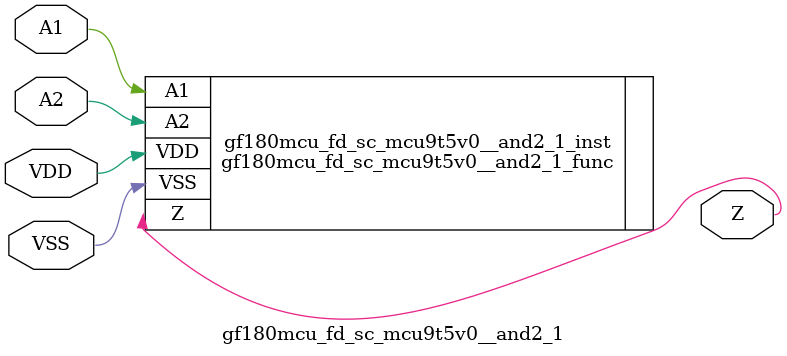
<source format=v>

module gf180mcu_fd_sc_mcu9t5v0__and2_1( A1, A2, Z, VDD, VSS );
input A1, A2;
inout VDD, VSS;
output Z;

   `ifdef FUNCTIONAL  //  functional //

	gf180mcu_fd_sc_mcu9t5v0__and2_1_func gf180mcu_fd_sc_mcu9t5v0__and2_1_behav_inst(.A1(A1),.A2(A2),.Z(Z),.VDD(VDD),.VSS(VSS));

   `else

	gf180mcu_fd_sc_mcu9t5v0__and2_1_func gf180mcu_fd_sc_mcu9t5v0__and2_1_inst(.A1(A1),.A2(A2),.Z(Z),.VDD(VDD),.VSS(VSS));

	// spec_gates_begin


	// spec_gates_end



   specify

	// specify_block_begin

	// comb arc A1 --> Z
	 (A1 => Z) = (1.0,1.0);

	// comb arc A2 --> Z
	 (A2 => Z) = (1.0,1.0);

	// specify_block_end

   endspecify

   `endif

endmodule

</source>
